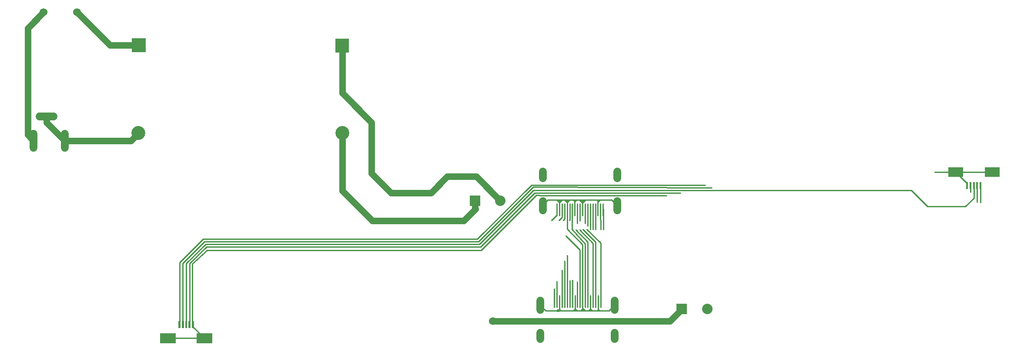
<source format=gtl>
G04 Layer: TopLayer*
G04 EasyEDA v6.4.7, 2020-11-20T21:23:31--3:00*
G04 eeb6c147a42f4a1294c753b82ad487c9,09237c92188f4bc9b643e288e8680b3c,10*
G04 Gerber Generator version 0.2*
G04 Scale: 100 percent, Rotated: No, Reflected: No *
G04 Dimensions in millimeters *
G04 leading zeros omitted , absolute positions ,3 integer and 3 decimal *
%FSLAX33Y33*%
%MOMM*%
G90*
D02*

%ADD11C,0.259994*%
%ADD12C,1.270000*%
%ADD13C,0.280010*%
%ADD14C,0.609600*%
%ADD15R,2.999994X1.899996*%
%ADD16R,0.399999X1.350010*%
%ADD17C,1.524000*%
%ADD18C,0.200000*%
%ADD19C,2.700020*%
%ADD21R,2.032000X2.032000*%
%ADD22C,2.032000*%
%ADD23C,1.499997*%

%LPD*%
G54D11*
G01X102275Y27599D02*
G01X102275Y27726D01*
G01X103251Y28702D01*
G01X105003Y28702D01*
G01X105524Y28181D01*
G01X105524Y26840D01*
G01X186817Y28321D02*
G01X186832Y31493D01*
G01X129032Y30607D02*
G01X173990Y30607D01*
G01X177165Y27432D01*
G01X184531Y27432D01*
G01X186182Y29083D01*
G01X186182Y31492D01*
G01X187452Y28194D02*
G01X187481Y28223D01*
G01X187481Y31492D01*
G01X31592Y4447D02*
G01X31623Y16510D01*
G01X36195Y21082D01*
G01X89535Y21082D01*
G01X100076Y31623D01*
G01X133858Y31623D01*
G01X100457Y31242D02*
G01X135128Y31115D01*
G01X185547Y30226D02*
G01X185531Y31493D01*
G01X182626Y34163D02*
G01X184882Y31906D01*
G01X184882Y31492D01*
G01X36957Y18923D02*
G01X90297Y18923D01*
G01X101059Y29685D01*
G01X101600Y29685D01*
G01X101600Y29591D01*
G01X126365Y29591D01*
G01X178562Y34163D02*
G01X182626Y34163D01*
G01X32893Y4447D02*
G01X32893Y16383D01*
G01X36703Y20066D01*
G01X89916Y20066D01*
G01X100457Y30607D01*
G01X129032Y30607D01*
G01X33543Y4447D02*
G01X33543Y16398D01*
G01X36830Y19558D01*
G01X90170Y19558D01*
G01X100711Y30099D01*
G01X129032Y30099D01*
G01X32242Y4447D02*
G01X32242Y16367D01*
G01X36449Y20574D01*
G01X89789Y20574D01*
G01X100457Y31242D01*
G01X34193Y4447D02*
G01X34036Y4605D01*
G01X34036Y16256D01*
G01X36957Y18923D01*
G01X189738Y34163D02*
G01X182626Y34163D01*
G01X29337Y1778D02*
G01X36449Y1778D01*
G01X36449Y1778D02*
G01X34192Y4034D01*
G01X34192Y4448D01*
G54D12*
G01X63245Y58799D02*
G01X63245Y49530D01*
G01X68961Y43815D01*
G01X68961Y33909D01*
G01X72771Y30099D01*
G01X80518Y30099D01*
G01X83693Y33274D01*
G01X89357Y33274D01*
G01X94056Y28575D01*
G01X63246Y41783D02*
G01X63246Y30480D01*
G01X69088Y24638D01*
G01X86868Y24638D01*
G01X89154Y26924D01*
G01X89077Y27000D01*
G01X89077Y28575D01*
G01X11631Y65278D02*
G01X18051Y58858D01*
G01X23647Y58858D01*
G01X3175Y40259D02*
G01X2032Y41402D01*
G01X2032Y62177D01*
G01X5132Y65278D01*
G01X23616Y41777D02*
G01X22098Y40259D01*
G01X9271Y40259D01*
G01X9271Y40259D02*
G01X5715Y43815D01*
G01X5715Y44958D01*
G54D11*
G01X116773Y27599D02*
G01X116773Y27625D01*
G01X115697Y28702D01*
G01X113411Y28702D01*
G01X113024Y28315D01*
G01X113024Y26839D01*
G01X113411Y28702D02*
G01X110617Y28702D01*
G01X110025Y28110D01*
G01X110025Y26839D01*
G01X110617Y28702D02*
G01X106045Y28702D01*
G01X105524Y28181D01*
G01X116291Y8214D02*
G01X115189Y7112D01*
G01X113284Y7112D01*
G01X113042Y7353D01*
G01X113042Y8973D01*
G54D12*
G01X129336Y7493D02*
G01X129336Y7416D01*
G01X127000Y5080D01*
G01X92583Y5080D01*
G54D11*
G01X108526Y28702D02*
G01X108524Y26840D01*
G01X107025Y26839D02*
G01X107025Y28229D01*
G01X106553Y28702D01*
G01X105003Y28702D02*
G01X106045Y28702D01*
G01X105241Y28463D02*
G01X105785Y28463D01*
G01X107025Y26839D02*
G01X107025Y28285D01*
G01X107442Y28702D01*
G01X106756Y28498D02*
G01X107229Y28498D01*
G01X108524Y27033D02*
G01X108524Y28381D01*
G01X108204Y28702D01*
G01X108524Y26840D02*
G01X108524Y28391D01*
G01X108834Y28702D01*
G01X110025Y26984D02*
G01X110025Y28144D01*
G01X109467Y28702D01*
G01X109721Y28447D02*
G01X110331Y28447D01*
G01X113024Y27137D02*
G01X113024Y28456D01*
G01X112779Y28702D01*
G01X105542Y7371D02*
G01X105571Y7371D01*
G01X105830Y7112D01*
G01X108541Y7403D02*
G01X108474Y7403D01*
G01X108183Y7112D01*
G01X105254Y7112D01*
G01X108541Y8974D02*
G01X108541Y7389D01*
G01X108627Y7389D01*
G01X108904Y7112D01*
G01X110617Y7112D01*
G01X108904Y7112D02*
G01X108261Y7112D01*
G01X108541Y7403D02*
G01X108541Y7112D01*
G01X110042Y7686D02*
G01X110042Y7508D01*
G01X109646Y7112D01*
G01X109865Y7331D02*
G01X110400Y7331D01*
G01X113284Y7112D02*
G01X110617Y7112D01*
G01X110042Y7686D01*
G01X110042Y8974D01*
G01X111541Y7513D02*
G01X111960Y7112D01*
G01X111207Y7112D02*
G01X111207Y7179D01*
G01X111541Y7513D01*
G01X111541Y8973D01*
G01X111541Y7513D02*
G01X111541Y7112D01*
G01X113042Y7353D02*
G01X113042Y7323D01*
G01X112830Y7112D01*
G01X104541Y8974D02*
G01X104541Y11396D01*
G01X114046Y22987D02*
G01X114046Y26924D01*
G01X113538Y22987D02*
G01X113525Y26840D01*
G01X106542Y8974D02*
G01X106553Y8984D01*
G01X106553Y16764D01*
G01X112522Y22987D02*
G01X112524Y26840D01*
G01X112014Y22987D02*
G01X112024Y26840D01*
G01X106042Y8974D02*
G01X106042Y14986D01*
G01X107043Y17889D02*
G01X107043Y17889D01*
G01X107043Y8974D01*
G01X111523Y26839D02*
G01X111523Y22970D01*
G01X105041Y8974D02*
G01X105029Y12827D01*
G01X101793Y8214D02*
G01X101793Y8188D01*
G01X102870Y7112D01*
G01X105283Y7112D01*
G01X105542Y7371D01*
G01X105542Y8973D01*
G01X107543Y8974D02*
G01X107543Y12954D01*
G01X108041Y8974D02*
G01X108041Y13081D01*
G01X109042Y8974D02*
G01X109042Y12700D01*
G01X110998Y23622D02*
G01X111023Y23647D01*
G01X111023Y26839D01*
G01X110490Y24130D02*
G01X110525Y24165D01*
G01X110525Y26839D01*
G01X109474Y24638D02*
G01X109524Y24688D01*
G01X109524Y26839D01*
G01X105410Y24765D02*
G01X106024Y25379D01*
G01X106024Y26839D01*
G01X112041Y8974D02*
G01X112041Y20292D01*
G01X109474Y22860D01*
G01X111041Y8973D02*
G01X111041Y20530D01*
G01X108712Y22860D01*
G01X110543Y8973D02*
G01X110543Y20139D01*
G01X108077Y22860D01*
G01X108023Y22913D01*
G01X108023Y26839D01*
G01X110042Y8973D02*
G01X110042Y20005D01*
G01X107025Y23022D01*
G01X107025Y26839D01*
G01X113543Y8973D02*
G01X113543Y20314D01*
G01X110871Y22987D01*
G01X112542Y8973D02*
G01X112542Y20553D01*
G01X110109Y22987D01*
G01X104013Y24765D02*
G01X105023Y25775D01*
G01X105023Y26839D01*
G01X109542Y8974D02*
G01X109542Y18981D01*
G01X106807Y21717D01*
G01X106299Y24765D02*
G01X106525Y24991D01*
G01X106525Y26839D01*
G01X107442Y24765D02*
G01X107525Y24848D01*
G01X107525Y26839D01*
G01X108966Y24130D02*
G01X109024Y24188D01*
G01X109024Y26839D01*
G54D13*
G01X109042Y10134D02*
G01X109042Y7814D01*
G01X109542Y10134D02*
G01X109542Y7814D01*
G01X110042Y10134D02*
G01X110042Y7814D01*
G01X110543Y10134D02*
G01X110543Y7814D01*
G01X111041Y10134D02*
G01X111041Y7814D01*
G01X111541Y10134D02*
G01X111541Y7814D01*
G01X112041Y10134D02*
G01X112041Y7814D01*
G01X112542Y10134D02*
G01X112542Y7814D01*
G01X113042Y10134D02*
G01X113042Y7814D01*
G01X113543Y10134D02*
G01X113543Y7814D01*
G01X108541Y10134D02*
G01X108541Y7814D01*
G01X108041Y10134D02*
G01X108041Y7814D01*
G01X107543Y10134D02*
G01X107543Y7814D01*
G01X107043Y10134D02*
G01X107043Y7814D01*
G01X106542Y10134D02*
G01X106542Y7814D01*
G01X106042Y10134D02*
G01X106042Y7814D01*
G01X105542Y10134D02*
G01X105542Y7814D01*
G01X105041Y10134D02*
G01X105041Y7814D01*
G01X104541Y10134D02*
G01X104541Y7814D01*
G01X109524Y25679D02*
G01X109524Y27999D01*
G01X109024Y25679D02*
G01X109024Y27999D01*
G01X108524Y25679D02*
G01X108524Y27999D01*
G01X108023Y25679D02*
G01X108023Y27999D01*
G01X107525Y25679D02*
G01X107525Y27999D01*
G01X107025Y25679D02*
G01X107025Y27999D01*
G01X106525Y25679D02*
G01X106525Y27999D01*
G01X106024Y25679D02*
G01X106024Y27999D01*
G01X105524Y25679D02*
G01X105524Y27999D01*
G01X105023Y25679D02*
G01X105023Y27999D01*
G01X110025Y25679D02*
G01X110025Y27999D01*
G01X110525Y25679D02*
G01X110525Y27999D01*
G01X111023Y25679D02*
G01X111023Y27999D01*
G01X111523Y25679D02*
G01X111523Y27999D01*
G01X112024Y25679D02*
G01X112024Y27999D01*
G01X112524Y25679D02*
G01X112524Y27999D01*
G01X113024Y25679D02*
G01X113024Y27999D01*
G01X113525Y25679D02*
G01X113525Y27999D01*
G01X114025Y25679D02*
G01X114025Y27999D01*
G54D15*
G01X189738Y34163D03*
G01X182626Y34163D03*
G54D16*
G01X186182Y31492D03*
G01X185532Y31492D03*
G01X184882Y31492D03*
G01X186831Y31492D03*
G01X187481Y31492D03*
G36*
G01X27837Y2727D02*
G01X30836Y2727D01*
G01X30836Y827D01*
G01X27837Y827D01*
G01X27837Y2727D01*
G37*
G36*
G01X34949Y2727D02*
G01X37948Y2727D01*
G01X37948Y827D01*
G01X34949Y827D01*
G01X34949Y2727D01*
G37*
G36*
G01X32693Y5123D02*
G01X33092Y5123D01*
G01X33092Y3772D01*
G01X32693Y3772D01*
G01X32693Y5123D01*
G37*
G36*
G01X33343Y5123D02*
G01X33743Y5123D01*
G01X33743Y3772D01*
G01X33343Y3772D01*
G01X33343Y5123D01*
G37*
G36*
G01X33992Y5123D02*
G01X34392Y5123D01*
G01X34392Y3772D01*
G01X33992Y3772D01*
G01X33992Y5123D01*
G37*
G36*
G01X32042Y5123D02*
G01X32442Y5123D01*
G01X32442Y3772D01*
G01X32042Y3772D01*
G01X32042Y5123D01*
G37*
G36*
G01X31393Y5123D02*
G01X31793Y5123D01*
G01X31793Y3772D01*
G01X31393Y3772D01*
G01X31393Y5123D01*
G37*
G54D11*
G01X104541Y11396D03*
G54D17*
G01X92583Y5080D03*
G54D11*
G01X126365Y29591D03*
G54D18*
G01X178562Y34163D03*
G54D11*
G01X187452Y28194D03*
G01X185547Y30226D03*
G01X135128Y31115D03*
G01X133858Y31623D03*
G01X186817Y28321D03*
G54D19*
G01X23616Y41777D03*
G36*
G01X22297Y60208D02*
G01X24997Y60208D01*
G01X24997Y57509D01*
G01X22297Y57509D01*
G01X22297Y60208D01*
G37*
G36*
G01X61895Y60149D02*
G01X64595Y60149D01*
G01X64595Y57449D01*
G01X61895Y57449D01*
G01X61895Y60149D01*
G37*
G01X63246Y41783D03*
G54D21*
G01X89077Y28575D03*
G54D22*
G01X94056Y28575D03*
G54D21*
G01X129336Y7493D03*
G54D22*
G01X134315Y7493D03*
G54D17*
G01X5132Y65278D03*
G01X11631Y65278D03*
G54D11*
G01X107043Y17889D03*
G01X111523Y22970D03*
G01X112014Y22987D03*
G01X112522Y22987D03*
G01X106042Y14986D03*
G01X106553Y16764D03*
G01X113538Y22987D03*
G01X105029Y12827D03*
G01X114046Y22987D03*
G01X129032Y30099D03*
G01X107543Y12954D03*
G01X108041Y13081D03*
G01X109042Y12700D03*
G01X110998Y23622D03*
G01X110490Y24130D03*
G01X109474Y24638D03*
G01X110871Y22987D03*
G01X110109Y22987D03*
G01X104013Y24765D03*
G01X105410Y24765D03*
G01X109474Y22860D03*
G01X108712Y22860D03*
G01X106807Y21717D03*
G01X108966Y24130D03*
G01X107442Y24765D03*
G01X106299Y24765D03*
G54D14*
G01X105254Y7112D03*
G54D23*
G01X116291Y2815D02*
G01X116291Y1615D01*
G01X101793Y2815D02*
G01X101793Y1615D01*
G01X116291Y9114D02*
G01X116291Y7314D01*
G01X101793Y9114D02*
G01X101793Y7314D01*
G01X102275Y32998D02*
G01X102275Y34198D01*
G01X116773Y32998D02*
G01X116773Y34198D01*
G01X102275Y26699D02*
G01X102275Y28499D01*
G01X116773Y26699D02*
G01X116773Y28499D01*
G01X9271Y38908D02*
G01X9271Y41608D01*
G01X3175Y38908D02*
G01X3175Y41608D01*
G01X7065Y44958D02*
G01X4365Y44958D01*
M00*
M02*

</source>
